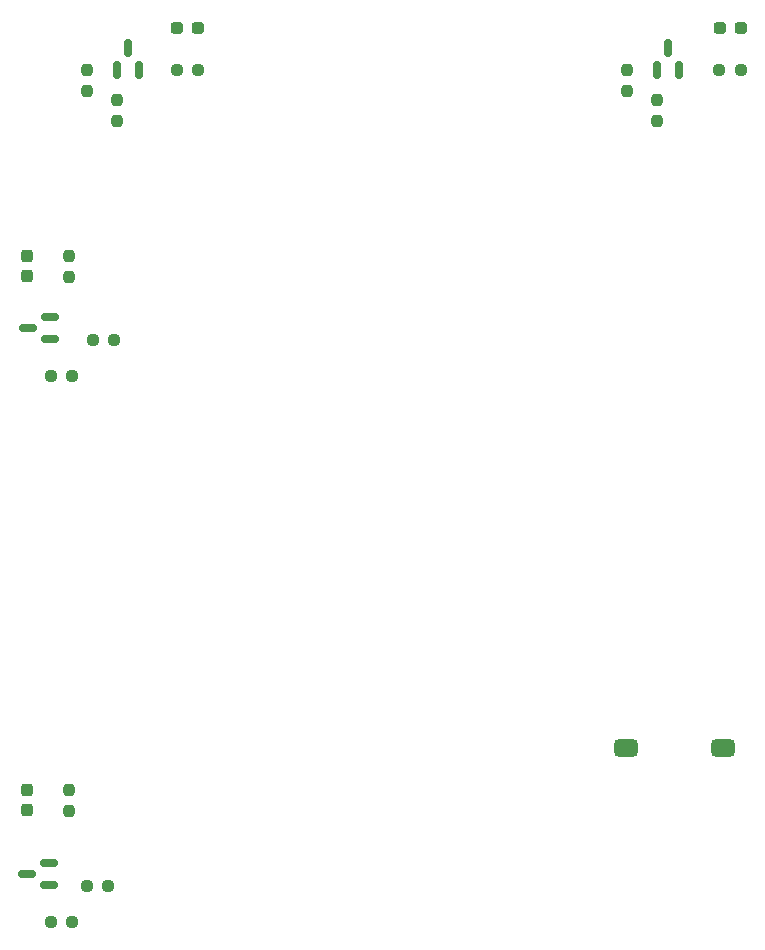
<source format=gtp>
%TF.GenerationSoftware,KiCad,Pcbnew,7.0.9*%
%TF.CreationDate,2024-02-10T00:43:50-08:00*%
%TF.ProjectId,snes_controllers_to_usb,736e6573-5f63-46f6-9e74-726f6c6c6572,A*%
%TF.SameCoordinates,Original*%
%TF.FileFunction,Paste,Top*%
%TF.FilePolarity,Positive*%
%FSLAX46Y46*%
G04 Gerber Fmt 4.6, Leading zero omitted, Abs format (unit mm)*
G04 Created by KiCad (PCBNEW 7.0.9) date 2024-02-10 00:43:50*
%MOMM*%
%LPD*%
G01*
G04 APERTURE LIST*
G04 Aperture macros list*
%AMRoundRect*
0 Rectangle with rounded corners*
0 $1 Rounding radius*
0 $2 $3 $4 $5 $6 $7 $8 $9 X,Y pos of 4 corners*
0 Add a 4 corners polygon primitive as box body*
4,1,4,$2,$3,$4,$5,$6,$7,$8,$9,$2,$3,0*
0 Add four circle primitives for the rounded corners*
1,1,$1+$1,$2,$3*
1,1,$1+$1,$4,$5*
1,1,$1+$1,$6,$7*
1,1,$1+$1,$8,$9*
0 Add four rect primitives between the rounded corners*
20,1,$1+$1,$2,$3,$4,$5,0*
20,1,$1+$1,$4,$5,$6,$7,0*
20,1,$1+$1,$6,$7,$8,$9,0*
20,1,$1+$1,$8,$9,$2,$3,0*%
G04 Aperture macros list end*
%ADD10RoundRect,0.237500X0.237500X-0.250000X0.237500X0.250000X-0.237500X0.250000X-0.237500X-0.250000X0*%
%ADD11RoundRect,0.237500X0.250000X0.237500X-0.250000X0.237500X-0.250000X-0.237500X0.250000X-0.237500X0*%
%ADD12RoundRect,0.150000X0.587500X0.150000X-0.587500X0.150000X-0.587500X-0.150000X0.587500X-0.150000X0*%
%ADD13RoundRect,0.237500X-0.237500X0.250000X-0.237500X-0.250000X0.237500X-0.250000X0.237500X0.250000X0*%
%ADD14RoundRect,0.237500X0.237500X-0.287500X0.237500X0.287500X-0.237500X0.287500X-0.237500X-0.287500X0*%
%ADD15RoundRect,0.237500X-0.250000X-0.237500X0.250000X-0.237500X0.250000X0.237500X-0.250000X0.237500X0*%
%ADD16RoundRect,0.375000X-0.625000X-0.375000X0.625000X-0.375000X0.625000X0.375000X-0.625000X0.375000X0*%
%ADD17RoundRect,0.150000X0.150000X-0.587500X0.150000X0.587500X-0.150000X0.587500X-0.150000X-0.587500X0*%
%ADD18RoundRect,0.237500X-0.287500X-0.237500X0.287500X-0.237500X0.287500X0.237500X-0.287500X0.237500X0*%
G04 APERTURE END LIST*
D10*
%TO.C,R9*%
X148844000Y-78025000D03*
X148844000Y-76200000D03*
%TD*%
D11*
%TO.C,R11*%
X102917000Y-96520000D03*
X101092000Y-96520000D03*
%TD*%
D12*
%TO.C,Q4*%
X97379000Y-142682000D03*
X97379000Y-140782000D03*
X95504000Y-141732000D03*
%TD*%
%TO.C,Q3*%
X97432500Y-96491500D03*
X97432500Y-94591500D03*
X95557500Y-95541500D03*
%TD*%
D11*
%TO.C,R2*%
X110029000Y-73660000D03*
X108204000Y-73660000D03*
%TD*%
%TO.C,R12*%
X102409000Y-142748000D03*
X100584000Y-142748000D03*
%TD*%
D13*
%TO.C,R5*%
X99060000Y-89408000D03*
X99060000Y-91233000D03*
%TD*%
%TO.C,R3*%
X146304000Y-73660000D03*
X146304000Y-75485000D03*
%TD*%
D10*
%TO.C,R10*%
X103124000Y-78025000D03*
X103124000Y-76200000D03*
%TD*%
D14*
%TO.C,D4*%
X95504000Y-136370000D03*
X95504000Y-134620000D03*
%TD*%
%TO.C,D3*%
X95504000Y-91158000D03*
X95504000Y-89408000D03*
%TD*%
D11*
%TO.C,R1*%
X155956000Y-73660000D03*
X154131000Y-73660000D03*
%TD*%
D15*
%TO.C,R8*%
X97536000Y-145796000D03*
X99361000Y-145796000D03*
%TD*%
D16*
%TO.C,SW1*%
X146232000Y-131064000D03*
X154432000Y-131064000D03*
%TD*%
D15*
%TO.C,R7*%
X97536000Y-99568000D03*
X99361000Y-99568000D03*
%TD*%
D17*
%TO.C,Q2*%
X103124000Y-73660000D03*
X105024000Y-73660000D03*
X104074000Y-71785000D03*
%TD*%
D18*
%TO.C,D2*%
X108204000Y-70104000D03*
X109954000Y-70104000D03*
%TD*%
D13*
%TO.C,R6*%
X99060000Y-134620000D03*
X99060000Y-136445000D03*
%TD*%
%TO.C,R4*%
X100584000Y-73660000D03*
X100584000Y-75485000D03*
%TD*%
D18*
%TO.C,D1*%
X154206000Y-70104000D03*
X155956000Y-70104000D03*
%TD*%
D17*
%TO.C,Q1*%
X148844000Y-73660000D03*
X150744000Y-73660000D03*
X149794000Y-71785000D03*
%TD*%
M02*

</source>
